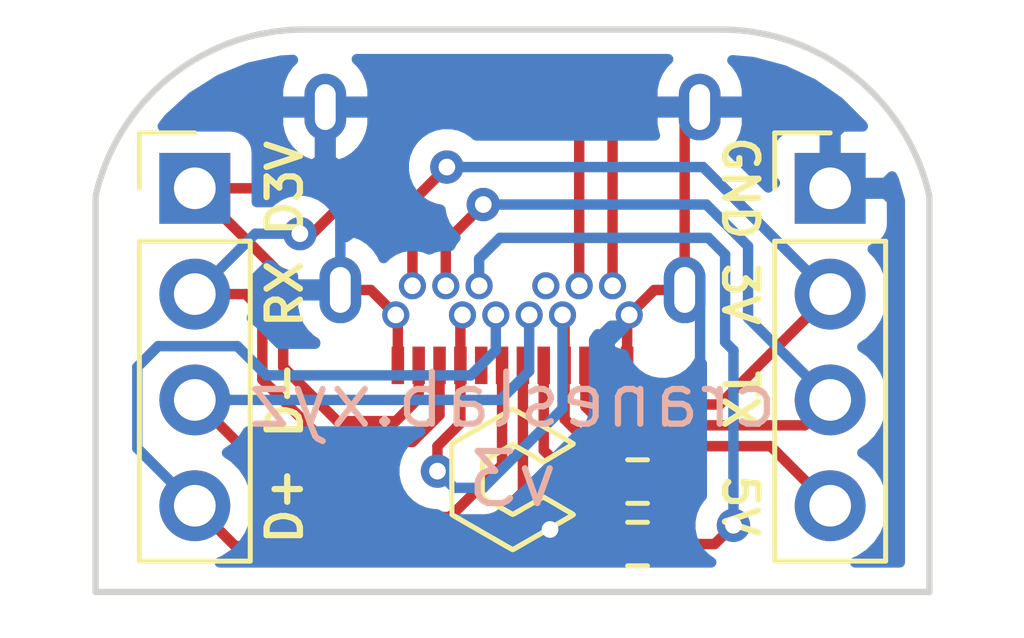
<source format=kicad_pcb>
(kicad_pcb (version 20171130) (host pcbnew "(5.1.9)-1")

  (general
    (thickness 1.6)
    (drawings 16)
    (tracks 120)
    (zones 0)
    (modules 6)
    (nets 13)
  )

  (page A4)
  (layers
    (0 F.Cu signal)
    (31 B.Cu signal)
    (32 B.Adhes user)
    (33 F.Adhes user)
    (34 B.Paste user)
    (35 F.Paste user)
    (36 B.SilkS user)
    (37 F.SilkS user)
    (38 B.Mask user)
    (39 F.Mask user)
    (40 Dwgs.User user)
    (41 Cmts.User user)
    (42 Eco1.User user)
    (43 Eco2.User user)
    (44 Edge.Cuts user)
    (45 Margin user)
    (46 B.CrtYd user)
    (47 F.CrtYd user)
    (48 B.Fab user)
    (49 F.Fab user)
  )

  (setup
    (last_trace_width 0.25)
    (user_trace_width 0.3)
    (user_trace_width 0.4)
    (user_trace_width 0.6)
    (trace_clearance 0.15)
    (zone_clearance 0.508)
    (zone_45_only no)
    (trace_min 0.2)
    (via_size 0.8)
    (via_drill 0.4)
    (via_min_size 0.4)
    (via_min_drill 0.3)
    (uvia_size 0.3)
    (uvia_drill 0.1)
    (uvias_allowed no)
    (uvia_min_size 0.2)
    (uvia_min_drill 0.1)
    (edge_width 0.05)
    (segment_width 0.2)
    (pcb_text_width 0.3)
    (pcb_text_size 1.5 1.5)
    (mod_edge_width 0.12)
    (mod_text_size 1 1)
    (mod_text_width 0.15)
    (pad_size 1 1.6)
    (pad_drill 0.6)
    (pad_to_mask_clearance 0)
    (aux_axis_origin 0 0)
    (grid_origin -5 0)
    (visible_elements 7FFFFF7F)
    (pcbplotparams
      (layerselection 0x210fc_ffffffff)
      (usegerberextensions false)
      (usegerberattributes false)
      (usegerberadvancedattributes false)
      (creategerberjobfile false)
      (excludeedgelayer false)
      (linewidth 0.100000)
      (plotframeref false)
      (viasonmask false)
      (mode 1)
      (useauxorigin false)
      (hpglpennumber 1)
      (hpglpenspeed 20)
      (hpglpendiameter 15.000000)
      (psnegative false)
      (psa4output false)
      (plotreference true)
      (plotvalue true)
      (plotinvisibletext false)
      (padsonsilk false)
      (subtractmaskfromsilk false)
      (outputformat 1)
      (mirror false)
      (drillshape 0)
      (scaleselection 1)
      (outputdirectory "jlcpcb/gerber"))
  )

  (net 0 "")
  (net 1 GND)
  (net 2 3V3)
  (net 3 TX-)
  (net 4 VBUS)
  (net 5 "Net-(J1-PadA5)")
  (net 6 D+)
  (net 7 D-)
  (net 8 "Net-(J1-PadA8)")
  (net 9 RX-)
  (net 10 D3V)
  (net 11 "Net-(J1-PadB5)")
  (net 12 "Net-(J1-PadB8)")

  (net_class Default "This is the default net class."
    (clearance 0.15)
    (trace_width 0.25)
    (via_dia 0.8)
    (via_drill 0.4)
    (uvia_dia 0.3)
    (uvia_drill 0.1)
    (add_net 3V3)
    (add_net D+)
    (add_net D-)
    (add_net D3V)
    (add_net GND)
    (add_net "Net-(J1-PadA5)")
    (add_net "Net-(J1-PadA8)")
    (add_net "Net-(J1-PadB5)")
    (add_net "Net-(J1-PadB8)")
    (add_net RX-)
    (add_net TX-)
    (add_net VBUS)
  )

  (module "Model_S:Shou Han Type-C 24P QCHT" (layer F.Cu) (tedit 60849C49) (tstamp 60EB908F)
    (at 0 0 180)
    (path /5DB4DBE8)
    (fp_text reference J1 (at 0 -10 180) (layer F.SilkS) hide
      (effects (font (size 1 1) (thickness 0.15)))
    )
    (fp_text value USB_C_Receptacle (at -0.015 -7.265 180) (layer F.Fab)
      (effects (font (size 1 1) (thickness 0.15)))
    )
    (fp_line (start -4.82 0.65) (end 4.82 0.65) (layer F.Fab) (width 0.12))
    (fp_line (start 4.82 0.65) (end 4.82 -9.2) (layer F.Fab) (width 0.12))
    (fp_line (start 4.82 -9.2) (end -4.82 -9.2) (layer F.Fab) (width 0.12))
    (fp_line (start -4.82 -9.2) (end -4.82 0.65) (layer F.Fab) (width 0.12))
    (pad A12 smd rect (at 2.75 -8.06 180) (size 0.3 0.9) (layers F.Cu F.Paste F.Mask)
      (net 1 GND))
    (pad A11 smd rect (at 2.25 -8.06 180) (size 0.3 0.9) (layers F.Cu F.Paste F.Mask)
      (net 10 D3V))
    (pad A10 smd rect (at 1.75 -8.06 180) (size 0.3 0.9) (layers F.Cu F.Paste F.Mask)
      (net 9 RX-))
    (pad A9 smd rect (at 1.25 -8.06 180) (size 0.3 0.9) (layers F.Cu F.Paste F.Mask)
      (net 4 VBUS))
    (pad A8 smd rect (at 0.75 -8.06 180) (size 0.3 0.9) (layers F.Cu F.Paste F.Mask)
      (net 8 "Net-(J1-PadA8)"))
    (pad A7 smd rect (at 0.25 -8.06 180) (size 0.3 0.9) (layers F.Cu F.Paste F.Mask)
      (net 7 D-))
    (pad A6 smd rect (at -0.25 -8.06 180) (size 0.3 0.9) (layers F.Cu F.Paste F.Mask)
      (net 6 D+))
    (pad A5 smd rect (at -0.75 -8.06 180) (size 0.3 0.9) (layers F.Cu F.Paste F.Mask)
      (net 5 "Net-(J1-PadA5)"))
    (pad A4 smd rect (at -1.25 -8.06 180) (size 0.3 0.9) (layers F.Cu F.Paste F.Mask)
      (net 4 VBUS))
    (pad A3 smd rect (at -1.75 -8.06 180) (size 0.3 0.9) (layers F.Cu F.Paste F.Mask)
      (net 3 TX-))
    (pad A2 smd rect (at -2.25 -8.06 180) (size 0.3 0.9) (layers F.Cu F.Paste F.Mask)
      (net 2 3V3))
    (pad A1 smd rect (at -2.75 -8.06 180) (size 0.3 0.9) (layers F.Cu F.Paste F.Mask)
      (net 1 GND))
    (pad "" np_thru_hole circle (at 3.75 -7.5 180) (size 0.7 0.7) (drill 0.7) (layers *.Cu *.Mask))
    (pad "" np_thru_hole circle (at -3.6 -7.5 180) (size 0.7 0.7) (drill 0.7) (layers *.Cu *.Mask))
    (pad B12 thru_hole circle (at -2.8 -6.85 180) (size 0.65 0.65) (drill 0.4) (layers *.Cu *.Mask)
      (net 1 GND))
    (pad B11 thru_hole circle (at -2.4 -6.15 180) (size 0.65 0.65) (drill 0.4) (layers *.Cu *.Mask)
      (net 10 D3V))
    (pad B10 thru_hole circle (at -1.6 -6.15 180) (size 0.65 0.65) (drill 0.4) (layers *.Cu *.Mask)
      (net 9 RX-))
    (pad B9 thru_hole circle (at -1.2 -6.85 180) (size 0.65 0.65) (drill 0.4) (layers *.Cu *.Mask)
      (net 4 VBUS))
    (pad B8 thru_hole circle (at -0.8 -6.15 180) (size 0.65 0.65) (drill 0.4) (layers *.Cu *.Mask)
      (net 12 "Net-(J1-PadB8)"))
    (pad B7 thru_hole circle (at -0.4 -6.85 180) (size 0.65 0.65) (drill 0.4) (layers *.Cu *.Mask)
      (net 7 D-))
    (pad B6 thru_hole circle (at 0.4 -6.85 180) (size 0.65 0.65) (drill 0.4) (layers *.Cu *.Mask)
      (net 6 D+))
    (pad B5 thru_hole circle (at 0.8 -6.15 180) (size 0.65 0.65) (drill 0.4) (layers *.Cu *.Mask)
      (net 11 "Net-(J1-PadB5)"))
    (pad B4 thru_hole circle (at 1.2 -6.85 180) (size 0.65 0.65) (drill 0.4) (layers *.Cu *.Mask)
      (net 4 VBUS))
    (pad B3 thru_hole circle (at 1.6 -6.15 180) (size 0.65 0.65) (drill 0.4) (layers *.Cu *.Mask)
      (net 3 TX-))
    (pad B2 thru_hole circle (at 2.4 -6.15 180) (size 0.65 0.65) (drill 0.4) (layers *.Cu *.Mask)
      (net 2 3V3))
    (pad B1 thru_hole circle (at 2.8 -6.85 180) (size 0.65 0.65) (drill 0.4) (layers *.Cu *.Mask)
      (net 1 GND))
    (pad S1 thru_hole oval (at 4.13 -6.25 180) (size 1 1.6) (drill oval 0.5 1.1) (layers *.Cu *.Mask)
      (net 1 GND))
    (pad S1 thru_hole oval (at -4.13 -6.25 180) (size 1 1.6) (drill oval 0.5 1.1) (layers *.Cu *.Mask)
      (net 1 GND))
    (pad S1 thru_hole oval (at 4.49 -1.86 180) (size 1 1.6) (drill oval 0.5 1.1) (layers *.Cu *.Mask)
      (net 1 GND))
    (pad S1 thru_hole oval (at -4.49 -1.86 180) (size 1 1.6) (drill oval 0.5 1.1) (layers *.Cu *.Mask)
      (net 1 GND))
  )

  (module Model_S:USBC_C_Logo (layer F.Cu) (tedit 0) (tstamp 60EB97F1)
    (at 0 10.795)
    (fp_text reference G*** (at 0 0) (layer F.SilkS) hide
      (effects (font (size 1.524 1.524) (thickness 0.3)))
    )
    (fp_text value LOGO (at 0.75 0) (layer F.SilkS) hide
      (effects (font (size 1.524 1.524) (thickness 0.3)))
    )
    (fp_poly (pts (xy 0.030747 -1.73995) (xy 0.053309 -1.729991) (xy 0.082054 -1.714784) (xy 0.102524 -1.70342)
      (xy 0.131542 -1.687069) (xy 0.159656 -1.670965) (xy 0.184313 -1.656586) (xy 0.20296 -1.645414)
      (xy 0.208553 -1.641928) (xy 0.224011 -1.632273) (xy 0.235328 -1.625569) (xy 0.239713 -1.623391)
      (xy 0.244949 -1.620802) (xy 0.257665 -1.613821) (xy 0.275806 -1.603625) (xy 0.297317 -1.591394)
      (xy 0.320144 -1.578306) (xy 0.342231 -1.56554) (xy 0.361524 -1.554274) (xy 0.375967 -1.545688)
      (xy 0.383506 -1.540959) (xy 0.383761 -1.540774) (xy 0.391273 -1.536062) (xy 0.405228 -1.527989)
      (xy 0.419652 -1.519938) (xy 0.451648 -1.502298) (xy 0.476123 -1.488644) (xy 0.495268 -1.477703)
      (xy 0.511272 -1.468202) (xy 0.526326 -1.458867) (xy 0.542333 -1.448611) (xy 0.559961 -1.437407)
      (xy 0.573793 -1.428996) (xy 0.581434 -1.424822) (xy 0.582122 -1.424609) (xy 0.587921 -1.422004)
      (xy 0.600299 -1.415227) (xy 0.614051 -1.407234) (xy 0.636449 -1.394187) (xy 0.661235 -1.380135)
      (xy 0.673652 -1.373261) (xy 0.692391 -1.362735) (xy 0.709188 -1.352821) (xy 0.717826 -1.34736)
      (xy 0.731225 -1.339327) (xy 0.741279 -1.334577) (xy 0.750823 -1.329877) (xy 0.76606 -1.321104)
      (xy 0.781419 -1.311592) (xy 0.797277 -1.301645) (xy 0.809065 -1.294617) (xy 0.814091 -1.292087)
      (xy 0.819271 -1.289429) (xy 0.832647 -1.281966) (xy 0.85288 -1.270461) (xy 0.87863 -1.255678)
      (xy 0.908557 -1.238384) (xy 0.930186 -1.225826) (xy 0.962284 -1.207254) (xy 0.991236 -1.190692)
      (xy 1.015672 -1.176907) (xy 1.034223 -1.166667) (xy 1.045519 -1.160741) (xy 1.048334 -1.159565)
      (xy 1.055163 -1.156183) (xy 1.063274 -1.149647) (xy 1.073867 -1.141647) (xy 1.090234 -1.13118)
      (xy 1.104348 -1.123021) (xy 1.125117 -1.111487) (xy 1.145892 -1.099783) (xy 1.156804 -1.093539)
      (xy 1.174761 -1.083338) (xy 1.196211 -1.071405) (xy 1.207779 -1.06507) (xy 1.227757 -1.053882)
      (xy 1.251737 -1.039983) (xy 1.273224 -1.027166) (xy 1.290708 -1.016666) (xy 1.304115 -1.008845)
      (xy 1.311044 -1.005096) (xy 1.311462 -1.004957) (xy 1.318428 -1.002157) (xy 1.332872 -0.994496)
      (xy 1.352977 -0.983078) (xy 1.376926 -0.969008) (xy 1.402905 -0.953391) (xy 1.429096 -0.937333)
      (xy 1.453685 -0.921937) (xy 1.474855 -0.908309) (xy 1.490791 -0.897553) (xy 1.499675 -0.890776)
      (xy 1.500505 -0.889926) (xy 1.509755 -0.873656) (xy 1.512898 -0.852222) (xy 1.512929 -0.849391)
      (xy 1.511205 -0.831455) (xy 1.505071 -0.816108) (xy 1.493143 -0.801805) (xy 1.474039 -0.787)
      (xy 1.446377 -0.770149) (xy 1.437686 -0.765283) (xy 1.413768 -0.75175) (xy 1.390706 -0.738186)
      (xy 1.372065 -0.726705) (xy 1.365636 -0.722489) (xy 1.351851 -0.71349) (xy 1.342069 -0.707808)
      (xy 1.339469 -0.706783) (xy 1.334303 -0.704021) (xy 1.320512 -0.696069) (xy 1.298934 -0.683424)
      (xy 1.270411 -0.666585) (xy 1.23578 -0.646048) (xy 1.195883 -0.622312) (xy 1.151558 -0.595874)
      (xy 1.103647 -0.567234) (xy 1.058855 -0.540406) (xy 1.007939 -0.509933) (xy 0.95944 -0.481008)
      (xy 0.914257 -0.454159) (xy 0.873289 -0.429915) (xy 0.837435 -0.408807) (xy 0.807595 -0.391364)
      (xy 0.784666 -0.378114) (xy 0.769549 -0.369589) (xy 0.763558 -0.366471) (xy 0.745153 -0.360605)
      (xy 0.727517 -0.360115) (xy 0.707875 -0.365505) (xy 0.68345 -0.377276) (xy 0.673652 -0.38277)
      (xy 0.653313 -0.39444) (xy 0.635548 -0.40462) (xy 0.623381 -0.411579) (xy 0.621196 -0.412824)
      (xy 0.58175 -0.435278) (xy 0.550543 -0.453122) (xy 0.526189 -0.467165) (xy 0.507304 -0.478215)
      (xy 0.492505 -0.487081) (xy 0.480406 -0.494572) (xy 0.471173 -0.500487) (xy 0.455674 -0.510238)
      (xy 0.444038 -0.516959) (xy 0.439305 -0.519044) (xy 0.433049 -0.521798) (xy 0.421182 -0.528738)
      (xy 0.415393 -0.532414) (xy 0.403656 -0.539606) (xy 0.384386 -0.550931) (xy 0.359704 -0.565163)
      (xy 0.331731 -0.581076) (xy 0.311978 -0.592193) (xy 0.283129 -0.608386) (xy 0.256246 -0.623528)
      (xy 0.233409 -0.636442) (xy 0.216698 -0.645955) (xy 0.209826 -0.64992) (xy 0.178993 -0.6679)
      (xy 0.148398 -0.685603) (xy 0.119553 -0.702167) (xy 0.093969 -0.716734) (xy 0.073158 -0.728443)
      (xy 0.05863 -0.736435) (xy 0.051897 -0.739849) (xy 0.051651 -0.739913) (xy 0.045957 -0.742739)
      (xy 0.034568 -0.749863) (xy 0.028795 -0.753718) (xy 0.015086 -0.762157) (xy 0.004661 -0.767038)
      (xy 0.002341 -0.767522) (xy -0.004249 -0.76487) (xy -0.018665 -0.757522) (xy -0.039222 -0.746387)
      (xy -0.064232 -0.732374) (xy -0.086106 -0.719824) (xy -0.115842 -0.702648) (xy -0.144711 -0.686076)
      (xy -0.170317 -0.671474) (xy -0.190266 -0.66021) (xy -0.198783 -0.655482) (xy -0.217732 -0.644742)
      (xy -0.234927 -0.634407) (xy -0.243809 -0.628636) (xy -0.254903 -0.621577) (xy -0.261706 -0.618444)
      (xy -0.261864 -0.618435) (xy -0.268123 -0.615723) (xy -0.280305 -0.608808) (xy -0.288511 -0.603759)
      (xy -0.30633 -0.593057) (xy -0.328441 -0.580512) (xy -0.344999 -0.571537) (xy -0.371784 -0.557207)
      (xy -0.395759 -0.543866) (xy -0.420791 -0.529304) (xy -0.450749 -0.511314) (xy -0.455373 -0.508507)
      (xy -0.473076 -0.4979) (xy -0.486784 -0.489964) (xy -0.494089 -0.486086) (xy -0.49463 -0.485913)
      (xy -0.500286 -0.483078) (xy -0.515113 -0.474678) (xy -0.538838 -0.460873) (xy -0.571189 -0.441822)
      (xy -0.611892 -0.417685) (xy -0.639141 -0.401465) (xy -0.66813 -0.384189) (xy -0.66813 0.391099)
      (xy -0.644663 0.404544) (xy -0.631195 0.412297) (xy -0.610713 0.424131) (xy -0.585752 0.438582)
      (xy -0.558845 0.454182) (xy -0.552174 0.458054) (xy -0.523694 0.47449) (xy -0.495068 0.490844)
      (xy -0.469361 0.505377) (xy -0.449635 0.516348) (xy -0.447261 0.517645) (xy -0.428452 0.528197)
      (xy -0.412766 0.537572) (xy -0.403414 0.543845) (xy -0.403087 0.544112) (xy -0.392916 0.551333)
      (xy -0.378439 0.560254) (xy -0.375478 0.561949) (xy -0.362554 0.569301) (xy -0.343075 0.58046)
      (xy -0.320047 0.593703) (xy -0.303696 0.603133) (xy -0.278937 0.617376) (xy -0.254646 0.631261)
      (xy -0.234278 0.642816) (xy -0.225011 0.648015) (xy -0.209196 0.656845) (xy -0.193243 0.66583)
      (xy -0.175432 0.675954) (xy -0.154045 0.688198) (xy -0.127362 0.703545) (xy -0.093664 0.722979)
      (xy -0.074621 0.733972) (xy -0.048181 0.749048) (xy -0.024929 0.761943) (xy -0.006606 0.771721)
      (xy 0.005047 0.777446) (xy 0.008205 0.778551) (xy 0.015437 0.775853) (xy 0.029105 0.768779)
      (xy 0.046302 0.75884) (xy 0.046935 0.758457) (xy 0.061993 0.749488) (xy 0.084039 0.736568)
      (xy 0.111635 0.720522) (xy 0.14334 0.702176) (xy 0.177718 0.682354) (xy 0.213328 0.661883)
      (xy 0.248733 0.641587) (xy 0.282493 0.622292) (xy 0.31317 0.604823) (xy 0.339325 0.590006)
      (xy 0.35952 0.578666) (xy 0.372315 0.571628) (xy 0.375478 0.569984) (xy 0.386982 0.563728)
      (xy 0.404152 0.553617) (xy 0.423377 0.54178) (xy 0.424348 0.541168) (xy 0.441383 0.530559)
      (xy 0.454377 0.522727) (xy 0.460904 0.519129) (xy 0.461196 0.519043) (xy 0.466253 0.516374)
      (xy 0.479509 0.508875) (xy 0.499639 0.49731) (xy 0.525319 0.482441) (xy 0.555226 0.465032)
      (xy 0.577979 0.451736) (xy 0.611394 0.432385) (xy 0.64281 0.414577) (xy 0.670598 0.399206)
      (xy 0.693132 0.387163) (xy 0.708784 0.37934) (xy 0.714206 0.37704) (xy 0.743741 0.372363)
      (xy 0.77365 0.378657) (xy 0.797891 0.391722) (xy 0.81558 0.403108) (xy 0.83714 0.415966)
      (xy 0.850348 0.423378) (xy 0.865167 0.431612) (xy 0.887277 0.444132) (xy 0.914434 0.459657)
      (xy 0.944391 0.476903) (xy 0.969065 0.491195) (xy 1.001925 0.510282) (xy 1.035943 0.530038)
      (xy 1.068192 0.548764) (xy 1.095743 0.564759) (xy 1.10987 0.572959) (xy 1.138714 0.589854)
      (xy 1.170978 0.608995) (xy 1.201279 0.62718) (xy 1.212022 0.6337) (xy 1.235935 0.648151)
      (xy 1.259322 0.662065) (xy 1.278718 0.67339) (xy 1.286565 0.677847) (xy 1.301912 0.686578)
      (xy 1.313486 0.693483) (xy 1.316935 0.695739) (xy 1.324718 0.700599) (xy 1.338425 0.708495)
      (xy 1.347304 0.713436) (xy 1.383742 0.733525) (xy 1.412017 0.749312) (xy 1.433691 0.761725)
      (xy 1.450327 0.771693) (xy 1.463488 0.780145) (xy 1.474737 0.78801) (xy 1.482375 0.793712)
      (xy 1.503391 0.813734) (xy 1.51396 0.834531) (xy 1.51465 0.85765) (xy 1.511092 0.871717)
      (xy 1.506831 0.881134) (xy 1.499654 0.889915) (xy 1.487742 0.899595) (xy 1.469276 0.911706)
      (xy 1.449457 0.923646) (xy 1.422146 0.939847) (xy 1.393306 0.957046) (xy 1.367149 0.972726)
      (xy 1.354058 0.980623) (xy 1.335546 0.991667) (xy 1.320896 1.000093) (xy 1.312449 1.004569)
      (xy 1.311362 1.004956) (xy 1.305788 1.007635) (xy 1.293313 1.014727) (xy 1.276417 1.024813)
      (xy 1.272761 1.027043) (xy 1.255176 1.037569) (xy 1.241402 1.04537) (xy 1.233974 1.049023)
      (xy 1.233483 1.04913) (xy 1.227183 1.051977) (xy 1.216284 1.058875) (xy 1.215635 1.059324)
      (xy 1.20344 1.067063) (xy 1.185318 1.077714) (xy 1.165105 1.089026) (xy 1.164297 1.089466)
      (xy 1.143478 1.100964) (xy 1.117157 1.115753) (xy 1.089369 1.131557) (xy 1.073188 1.140858)
      (xy 1.049504 1.154526) (xy 1.027726 1.167067) (xy 1.0106 1.1769) (xy 1.002196 1.181698)
      (xy 0.991774 1.187698) (xy 0.973908 1.198078) (xy 0.950676 1.211625) (xy 0.924156 1.22713)
      (xy 0.908895 1.236068) (xy 0.882939 1.251229) (xy 0.860547 1.26421) (xy 0.843347 1.274073)
      (xy 0.832968 1.279883) (xy 0.830648 1.281043) (xy 0.825621 1.283757) (xy 0.813354 1.291048)
      (xy 0.795976 1.30164) (xy 0.784621 1.308652) (xy 0.76512 1.320578) (xy 0.749336 1.329913)
      (xy 0.739469 1.335374) (xy 0.737346 1.336261) (xy 0.73165 1.338943) (xy 0.719078 1.346041)
      (xy 0.702127 1.356136) (xy 0.6985 1.358348) (xy 0.681087 1.36885) (xy 0.667678 1.376645)
      (xy 0.660719 1.380319) (xy 0.660315 1.380435) (xy 0.65494 1.383095) (xy 0.642602 1.390141)
      (xy 0.625743 1.40017) (xy 0.62186 1.402522) (xy 0.604186 1.413022) (xy 0.590323 1.420817)
      (xy 0.582804 1.424492) (xy 0.582282 1.424609) (xy 0.576464 1.427254) (xy 0.563355 1.434386)
      (xy 0.545127 1.4448) (xy 0.531106 1.453027) (xy 0.507834 1.466729) (xy 0.478497 1.483869)
      (xy 0.446613 1.502398) (xy 0.415701 1.520267) (xy 0.41137 1.522762) (xy 0.380781 1.540485)
      (xy 0.348591 1.559334) (xy 0.318364 1.577209) (xy 0.293666 1.592012) (xy 0.290828 1.593734)
      (xy 0.270396 1.606039) (xy 0.25372 1.615851) (xy 0.242878 1.621962) (xy 0.239849 1.623391)
      (xy 0.234422 1.626067) (xy 0.222066 1.63315) (xy 0.205234 1.643226) (xy 0.201544 1.645478)
      (xy 0.184057 1.65599) (xy 0.170493 1.663788) (xy 0.163333 1.667453) (xy 0.162891 1.667565)
      (xy 0.157292 1.670245) (xy 0.144797 1.677338) (xy 0.127889 1.687426) (xy 0.124239 1.689652)
      (xy 0.106795 1.700159) (xy 0.093321 1.707955) (xy 0.086277 1.711625) (xy 0.085857 1.711739)
      (xy 0.08026 1.714354) (xy 0.068215 1.721105) (xy 0.056965 1.727755) (xy 0.033012 1.740615)
      (xy 0.013862 1.74658) (xy -0.003743 1.746305) (xy -0.0172 1.742642) (xy -0.035962 1.734323)
      (xy -0.053573 1.723952) (xy -0.053944 1.723689) (xy -0.065568 1.715906) (xy -0.072925 1.711889)
      (xy -0.073587 1.711739) (xy -0.078939 1.709068) (xy -0.092818 1.701444) (xy -0.114195 1.689455)
      (xy -0.142041 1.673686) (xy -0.175329 1.654723) (xy -0.21303 1.633152) (xy -0.254116 1.609558)
      (xy -0.297558 1.584529) (xy -0.342328 1.558649) (xy -0.34787 1.55544) (xy -0.36491 1.545708)
      (xy -0.384873 1.534496) (xy -0.392043 1.530516) (xy -0.409346 1.520489) (xy -0.431236 1.507165)
      (xy -0.453102 1.493355) (xy -0.453985 1.492785) (xy -0.471614 1.481581) (xy -0.485445 1.47317)
      (xy -0.493086 1.468996) (xy -0.493775 1.468782) (xy -0.499573 1.466177) (xy -0.511951 1.4594)
      (xy -0.525703 1.451407) (xy -0.548101 1.438361) (xy -0.572887 1.424309) (xy -0.585304 1.417434)
      (xy -0.604261 1.406717) (xy -0.621459 1.396395) (xy -0.630331 1.390635) (xy -0.641195 1.383596)
      (xy -0.647539 1.380446) (xy -0.647687 1.380435) (xy -0.653346 1.377732) (xy -0.667335 1.370073)
      (xy -0.688481 1.358132) (xy -0.715613 1.342581) (xy -0.74756 1.324095) (xy -0.78315 1.303346)
      (xy -0.821211 1.28101) (xy -0.84373 1.267726) (xy -0.891689 1.239521) (xy -0.934547 1.214599)
      (xy -0.970817 1.193818) (xy -0.996674 1.179323) (xy -1.006609 1.173724) (xy -1.024526 1.163505)
      (xy -1.048849 1.149577) (xy -1.077997 1.132845) (xy -1.110394 1.11422) (xy -1.14446 1.094607)
      (xy -1.178617 1.074916) (xy -1.211288 1.056054) (xy -1.240893 1.038929) (xy -1.261717 1.026854)
      (xy -1.312949 0.997075) (xy -1.355496 0.972273) (xy -1.390242 0.951906) (xy -1.418069 0.935432)
      (xy -1.43986 0.922311) (xy -1.456496 0.912) (xy -1.468861 0.903957) (xy -1.477836 0.897642)
      (xy -1.484304 0.892513) (xy -1.489147 0.888028) (xy -1.49094 0.886173) (xy -1.495604 0.880849)
      (xy -1.499133 0.875089) (xy -1.501749 0.867282) (xy -1.503672 0.855818) (xy -1.505125 0.839085)
      (xy -1.506329 0.815472) (xy -1.507506 0.783367) (xy -1.508264 0.760184) (xy -1.508705 0.741051)
      (xy -1.509138 0.711636) (xy -1.50956 0.672701) (xy -1.509967 0.625007) (xy -1.510356 0.569315)
      (xy -1.510723 0.506387) (xy -1.511065 0.436985) (xy -1.511378 0.361871) (xy -1.511658 0.281804)
      (xy -1.511901 0.197548) (xy -1.512104 0.109864) (xy -1.512264 0.019512) (xy -1.512376 -0.072745)
      (xy -1.512406 -0.107883) (xy -1.512919 -0.813767) (xy -1.399761 -0.813767) (xy -1.399659 -0.746471)
      (xy -1.399637 -0.732772) (xy -1.399597 -0.708743) (xy -1.399541 -0.675098) (xy -1.39947 -0.632552)
      (xy -1.399384 -0.581817) (xy -1.399286 -0.523607) (xy -1.399176 -0.458637) (xy -1.399055 -0.38762)
      (xy -1.398926 -0.31127) (xy -1.398788 -0.2303) (xy -1.398643 -0.145425) (xy -1.398493 -0.057358)
      (xy -1.398339 0.033188) (xy -1.398278 0.068494) (xy -1.397 0.816163) (xy -1.36525 0.83443)
      (xy -1.350784 0.842744) (xy -1.339316 0.849283) (xy -1.328317 0.855455) (xy -1.315257 0.862665)
      (xy -1.297608 0.87232) (xy -1.27284 0.885827) (xy -1.272271 0.886136) (xy -1.253241 0.896717)
      (xy -1.237584 0.9058) (xy -1.22821 0.911689) (xy -1.227384 0.912303) (xy -1.219332 0.917861)
      (xy -1.205846 0.926409) (xy -1.189853 0.936185) (xy -1.17428 0.945425) (xy -1.162054 0.952369)
      (xy -1.1561 0.955255) (xy -1.156026 0.955261) (xy -1.150504 0.957962) (xy -1.138836 0.964858)
      (xy -1.130466 0.970077) (xy -1.109158 0.983179) (xy -1.08064 0.999991) (xy -1.043901 1.021103)
      (xy -1.021522 1.033803) (xy -1.005937 1.042752) (xy -0.986029 1.054359) (xy -0.971826 1.062728)
      (xy -0.954288 1.07291) (xy -0.930499 1.086437) (xy -0.903901 1.101364) (xy -0.883478 1.112693)
      (xy -0.855037 1.128642) (xy -0.821537 1.147837) (xy -0.787336 1.167762) (xy -0.759239 1.18443)
      (xy -0.732642 1.200321) (xy -0.707118 1.215444) (xy -0.685315 1.228239) (xy -0.66988 1.237144)
      (xy -0.66813 1.238131) (xy -0.657078 1.244395) (xy -0.637889 1.255345) (xy -0.612001 1.270156)
      (xy -0.580848 1.288007) (xy -0.545868 1.308074) (xy -0.508497 1.329536) (xy -0.496956 1.336168)
      (xy -0.459487 1.357684) (xy -0.424279 1.377866) (xy -0.392702 1.39593) (xy -0.366129 1.411093)
      (xy -0.345931 1.422571) (xy -0.333479 1.429582) (xy -0.331304 1.430781) (xy -0.316697 1.439133)
      (xy -0.297067 1.450879) (xy -0.276913 1.46332) (xy -0.259814 1.473896) (xy -0.246702 1.481697)
      (xy -0.240036 1.485267) (xy -0.239724 1.485348) (xy -0.234287 1.488016) (xy -0.222256 1.494964)
      (xy -0.208529 1.503281) (xy -0.184991 1.517545) (xy -0.157661 1.533693) (xy -0.128159 1.550816)
      (xy -0.098105 1.568001) (xy -0.069119 1.584336) (xy -0.042821 1.598911) (xy -0.02083 1.610813)
      (xy -0.004768 1.619132) (xy 0.003746 1.622955) (xy 0.004434 1.623102) (xy 0.011873 1.620564)
      (xy 0.026535 1.613461) (xy 0.046187 1.602932) (xy 0.065173 1.592124) (xy 0.093513 1.575568)
      (xy 0.124654 1.557366) (xy 0.153649 1.540409) (xy 0.165652 1.533386) (xy 0.187928 1.520371)
      (xy 0.208448 1.508424) (xy 0.224106 1.49935) (xy 0.229152 1.49645) (xy 0.238319 1.49118)
      (xy 0.255579 1.481229) (xy 0.279465 1.467442) (xy 0.308511 1.450667) (xy 0.341249 1.43175)
      (xy 0.372717 1.41356) (xy 0.408088 1.393134) (xy 0.441608 1.373821) (xy 0.47169 1.356531)
      (xy 0.49675 1.342175) (xy 0.515201 1.331663) (xy 0.524565 1.326396) (xy 0.568547 1.301766)
      (xy 0.609862 1.27803) (xy 0.645618 1.256861) (xy 0.659848 1.24817) (xy 0.680393 1.235725)
      (xy 0.705986 1.220606) (xy 0.73203 1.205521) (xy 0.739597 1.201205) (xy 0.760122 1.189552)
      (xy 0.777146 1.179871) (xy 0.792556 1.171079) (xy 0.808238 1.162091) (xy 0.826079 1.151824)
      (xy 0.847967 1.139195) (xy 0.875787 1.12312) (xy 0.908326 1.104309) (xy 0.938934 1.08665)
      (xy 0.968548 1.069631) (xy 0.994917 1.054542) (xy 1.01579 1.042671) (xy 1.027044 1.036344)
      (xy 1.042398 1.027678) (xy 1.064836 1.014847) (xy 1.091904 0.99926) (xy 1.121153 0.982328)
      (xy 1.137478 0.972838) (xy 1.171098 0.953265) (xy 1.207931 0.931829) (xy 1.244111 0.910777)
      (xy 1.275772 0.892361) (xy 1.283804 0.887691) (xy 1.307854 0.87368) (xy 1.328196 0.861778)
      (xy 1.343067 0.853019) (xy 1.350708 0.848438) (xy 1.351337 0.848024) (xy 1.347156 0.845075)
      (xy 1.334741 0.837461) (xy 1.315454 0.82599) (xy 1.290655 0.811466) (xy 1.261704 0.794697)
      (xy 1.249185 0.787494) (xy 1.216904 0.768906) (xy 1.186302 0.751187) (xy 1.159238 0.735423)
      (xy 1.137573 0.722698) (xy 1.123168 0.714098) (xy 1.120913 0.712715) (xy 1.101724 0.701014)
      (xy 1.07655 0.685923) (xy 1.047864 0.668898) (xy 1.018136 0.651391) (xy 0.989838 0.634858)
      (xy 0.965443 0.620752) (xy 0.947421 0.610528) (xy 0.944217 0.608757) (xy 0.924887 0.597816)
      (xy 0.905843 0.586496) (xy 0.900044 0.58289) (xy 0.877223 0.568673) (xy 0.854728 0.555103)
      (xy 0.834646 0.543391) (xy 0.819067 0.534747) (xy 0.810079 0.530382) (xy 0.808935 0.530087)
      (xy 0.802623 0.527384) (xy 0.789749 0.520292) (xy 0.77308 0.510336) (xy 0.772787 0.510156)
      (xy 0.740495 0.490224) (xy 0.661519 0.535668) (xy 0.633371 0.551859) (xy 0.60713 0.566944)
      (xy 0.584931 0.579697) (xy 0.568909 0.58889) (xy 0.563217 0.592147) (xy 0.550081 0.599708)
      (xy 0.530555 0.611018) (xy 0.507782 0.624256) (xy 0.494196 0.632173) (xy 0.470128 0.64613)
      (xy 0.446616 0.659622) (xy 0.427191 0.670628) (xy 0.419652 0.674823) (xy 0.398729 0.686479)
      (xy 0.373294 0.700884) (xy 0.345277 0.716919) (xy 0.316606 0.733466) (xy 0.289209 0.749405)
      (xy 0.265016 0.763618) (xy 0.245955 0.774986) (xy 0.233954 0.782389) (xy 0.231913 0.783743)
      (xy 0.21871 0.792242) (xy 0.201244 0.80269) (xy 0.193261 0.807248) (xy 0.174056 0.818044)
      (xy 0.155092 0.828748) (xy 0.149087 0.832151) (xy 0.108881 0.855086) (xy 0.076772 0.873077)
      (xy 0.051045 0.886255) (xy 0.02999 0.89475) (xy 0.011893 0.898693) (xy -0.004958 0.898215)
      (xy -0.022276 0.893447) (xy -0.041773 0.884519) (xy -0.065161 0.871562) (xy -0.094153 0.854708)
      (xy -0.100237 0.851191) (xy -0.130082 0.83389) (xy -0.158704 0.817124) (xy -0.183847 0.802229)
      (xy -0.203255 0.790537) (xy -0.212288 0.78493) (xy -0.227619 0.775561) (xy -0.239174 0.769241)
      (xy -0.243602 0.767522) (xy -0.249771 0.764897) (xy -0.263225 0.757815) (xy -0.281761 0.747468)
      (xy -0.296358 0.739047) (xy -0.328904 0.720115) (xy -0.364291 0.699662) (xy -0.399855 0.679216)
      (xy -0.432932 0.660306) (xy -0.460858 0.644461) (xy -0.47487 0.636594) (xy -0.489704 0.628134)
      (xy -0.511001 0.615749) (xy -0.535753 0.601197) (xy -0.557696 0.588178) (xy -0.584858 0.572027)
      (xy -0.617679 0.55257) (xy -0.652293 0.532098) (xy -0.684837 0.512896) (xy -0.689335 0.510247)
      (xy -0.725049 0.488413) (xy -0.750699 0.470899) (xy -0.766255 0.457726) (xy -0.77078 0.45182)
      (xy -0.772241 0.447519) (xy -0.773514 0.44018) (xy -0.774611 0.429109) (xy -0.775544 0.41361)
      (xy -0.776325 0.392989) (xy -0.776967 0.366551) (xy -0.777481 0.333599) (xy -0.777879 0.29344)
      (xy -0.778174 0.245379) (xy -0.778378 0.188719) (xy -0.778502 0.122767) (xy -0.778558 0.046826)
      (xy -0.778565 0.003295) (xy -0.778516 -0.083163) (xy -0.778364 -0.159052) (xy -0.778103 -0.224849)
      (xy -0.777725 -0.281029) (xy -0.777224 -0.328067) (xy -0.776593 -0.366439) (xy -0.775825 -0.396619)
      (xy -0.774914 -0.419084) (xy -0.773852 -0.434307) (xy -0.772633 -0.442766) (xy -0.772151 -0.444255)
      (xy -0.765851 -0.451533) (xy -0.752928 -0.462707) (xy -0.735888 -0.475963) (xy -0.717235 -0.489486)
      (xy -0.699475 -0.501463) (xy -0.685114 -0.510078) (xy -0.676656 -0.513518) (xy -0.676497 -0.513522)
      (xy -0.671191 -0.516169) (xy -0.658038 -0.52348) (xy -0.638703 -0.534508) (xy -0.61485 -0.548308)
      (xy -0.598769 -0.557696) (xy -0.572998 -0.572718) (xy -0.550752 -0.58555) (xy -0.533688 -0.595244)
      (xy -0.523465 -0.600855) (xy -0.521295 -0.60187) (xy -0.515939 -0.60454) (xy -0.503686 -0.611593)
      (xy -0.487026 -0.621589) (xy -0.48435 -0.623223) (xy -0.456934 -0.639661) (xy -0.424556 -0.658547)
      (xy -0.390746 -0.677866) (xy -0.359033 -0.695602) (xy -0.332945 -0.709742) (xy -0.331304 -0.710606)
      (xy -0.315151 -0.719256) (xy -0.302186 -0.726483) (xy -0.298174 -0.728868) (xy -0.280156 -0.739922)
      (xy -0.25543 -0.754703) (xy -0.225868 -0.772131) (xy -0.19334 -0.791124) (xy -0.159717 -0.8106)
      (xy -0.126871 -0.82948) (xy -0.096672 -0.846681) (xy -0.070992 -0.861123) (xy -0.051701 -0.871724)
      (xy -0.043372 -0.876095) (xy -0.013778 -0.886914) (xy 0.012995 -0.887729) (xy 0.03149 -0.882157)
      (xy 0.041243 -0.877222) (xy 0.058658 -0.867808) (xy 0.081835 -0.854963) (xy 0.108877 -0.839738)
      (xy 0.132522 -0.826261) (xy 0.162236 -0.809246) (xy 0.190484 -0.793098) (xy 0.215104 -0.779051)
      (xy 0.233931 -0.768339) (xy 0.242957 -0.763234) (xy 0.262214 -0.751951) (xy 0.281173 -0.740155)
      (xy 0.287032 -0.736303) (xy 0.299911 -0.728236) (xy 0.308904 -0.723706) (xy 0.310402 -0.723348)
      (xy 0.316788 -0.72065) (xy 0.329914 -0.713512) (xy 0.347169 -0.703368) (xy 0.35063 -0.701261)
      (xy 0.368082 -0.690753) (xy 0.381573 -0.682957) (xy 0.388637 -0.679288) (xy 0.389061 -0.679174)
      (xy 0.394368 -0.676537) (xy 0.407606 -0.669227) (xy 0.427176 -0.658149) (xy 0.451478 -0.644207)
      (xy 0.473171 -0.631646) (xy 0.503395 -0.614151) (xy 0.533322 -0.596959) (xy 0.560367 -0.581546)
      (xy 0.581944 -0.569388) (xy 0.590826 -0.564469) (xy 0.611146 -0.553052) (xy 0.636954 -0.538133)
      (xy 0.66433 -0.521993) (xy 0.680864 -0.512076) (xy 0.735011 -0.47933) (xy 0.876886 -0.564226)
      (xy 0.918923 -0.58936) (xy 0.967737 -0.618515) (xy 1.020612 -0.650069) (xy 1.074832 -0.682402)
      (xy 1.127679 -0.713893) (xy 1.176437 -0.742922) (xy 1.185568 -0.748354) (xy 1.231042 -0.775303)
      (xy 1.267762 -0.797087) (xy 1.296314 -0.814434) (xy 1.317283 -0.828071) (xy 1.331255 -0.838727)
      (xy 1.338817 -0.847129) (xy 1.340555 -0.854003) (xy 1.337054 -0.860079) (xy 1.328901 -0.866082)
      (xy 1.316682 -0.872741) (xy 1.300981 -0.880782) (xy 1.294849 -0.884017) (xy 1.273571 -0.895764)
      (xy 1.252531 -0.907948) (xy 1.23963 -0.915833) (xy 1.222076 -0.926699) (xy 1.205177 -0.936666)
      (xy 1.200978 -0.939023) (xy 1.186453 -0.947006) (xy 1.167627 -0.957345) (xy 1.156804 -0.963285)
      (xy 1.107341 -0.990793) (xy 1.052308 -1.022019) (xy 0.995482 -1.054793) (xy 0.940636 -1.086944)
      (xy 0.909828 -1.105286) (xy 0.883023 -1.121257) (xy 0.859583 -1.135032) (xy 0.84111 -1.145686)
      (xy 0.829205 -1.152294) (xy 0.825486 -1.154044) (xy 0.819639 -1.156728) (xy 0.80702 -1.163806)
      (xy 0.790221 -1.173818) (xy 0.788093 -1.17512) (xy 0.75283 -1.196523) (xy 0.720996 -1.215427)
      (xy 0.694388 -1.230781) (xy 0.674802 -1.241538) (xy 0.670891 -1.243547) (xy 0.660303 -1.249216)
      (xy 0.641848 -1.259461) (xy 0.617213 -1.273318) (xy 0.588084 -1.289823) (xy 0.556146 -1.308011)
      (xy 0.523087 -1.326917) (xy 0.490592 -1.345575) (xy 0.460347 -1.363022) (xy 0.434038 -1.378292)
      (xy 0.413351 -1.390421) (xy 0.399973 -1.398444) (xy 0.397565 -1.399951) (xy 0.384588 -1.407947)
      (xy 0.364379 -1.420027) (xy 0.339304 -1.434807) (xy 0.311724 -1.450902) (xy 0.284004 -1.466928)
      (xy 0.258507 -1.481501) (xy 0.254 -1.484052) (xy 0.231412 -1.496921) (xy 0.207005 -1.510996)
      (xy 0.182837 -1.525069) (xy 0.160968 -1.537933) (xy 0.143456 -1.548379) (xy 0.132359 -1.555199)
      (xy 0.129761 -1.556949) (xy 0.12259 -1.561414) (xy 0.108315 -1.569538) (xy 0.089599 -1.579817)
      (xy 0.082826 -1.583465) (xy 0.061215 -1.595134) (xy 0.041189 -1.60609) (xy 0.026416 -1.614324)
      (xy 0.02418 -1.615601) (xy 0.006947 -1.625536) (xy -0.089016 -1.571225) (xy -0.149727 -1.53668)
      (xy -0.202644 -1.506153) (xy -0.249733 -1.478493) (xy -0.292961 -1.452552) (xy -0.313223 -1.440184)
      (xy -0.330281 -1.429922) (xy -0.343398 -1.422418) (xy -0.350015 -1.419129) (xy -0.350252 -1.419087)
      (xy -0.35603 -1.416487) (xy -0.368395 -1.409723) (xy -0.382137 -1.401751) (xy -0.393451 -1.395045)
      (xy -0.40331 -1.389224) (xy -0.413348 -1.383338) (xy -0.425199 -1.376438) (xy -0.440496 -1.367575)
      (xy -0.460874 -1.3558) (xy -0.487964 -1.340163) (xy -0.513522 -1.325417) (xy -0.53857 -1.310894)
      (xy -0.560356 -1.298127) (xy -0.577007 -1.288225) (xy -0.586648 -1.282297) (xy -0.588065 -1.281331)
      (xy -0.595164 -1.276946) (xy -0.609474 -1.268827) (xy -0.628448 -1.258408) (xy -0.637761 -1.253387)
      (xy -0.659489 -1.241477) (xy -0.679117 -1.230259) (xy -0.69339 -1.221608) (xy -0.696592 -1.219483)
      (xy -0.707677 -1.212412) (xy -0.714471 -1.209271) (xy -0.714631 -1.209261) (xy -0.720603 -1.206601)
      (xy -0.733578 -1.199513) (xy -0.751138 -1.189336) (xy -0.757953 -1.185272) (xy -0.781816 -1.17107)
      (xy -0.813686 -1.152295) (xy -0.851987 -1.129864) (xy -0.895142 -1.10469) (xy -0.941572 -1.077688)
      (xy -0.989702 -1.049771) (xy -1.037953 -1.021855) (xy -1.084749 -0.994853) (xy -1.128513 -0.96968)
      (xy -1.167668 -0.94725) (xy -1.200636 -0.928477) (xy -1.212022 -0.922036) (xy -1.226369 -0.91387)
      (xy -1.247902 -0.901524) (xy -1.274253 -0.886359) (xy -1.303055 -0.869738) (xy -1.319696 -0.860113)
      (xy -1.399761 -0.813767) (xy -1.512919 -0.813767) (xy -1.512956 -0.86457) (xy -1.497772 -0.881902)
      (xy -1.488681 -0.889568) (xy -1.471511 -0.901566) (xy -1.44785 -0.916883) (xy -1.419284 -0.934507)
      (xy -1.387398 -0.953427) (xy -1.369391 -0.963807) (xy -1.336185 -0.982754) (xy -1.305132 -1.00048)
      (xy -1.277873 -1.016048) (xy -1.256047 -1.028522) (xy -1.241295 -1.036964) (xy -1.23687 -1.039504)
      (xy -1.220481 -1.048784) (xy -1.200352 -1.059979) (xy -1.189935 -1.0657) (xy -1.169033 -1.077379)
      (xy -1.145364 -1.090988) (xy -1.131956 -1.098881) (xy -1.117254 -1.107541) (xy -1.095171 -1.120413)
      (xy -1.067907 -1.136222) (xy -1.037665 -1.15369) (xy -1.010478 -1.169339) (xy -0.981401 -1.186151)
      (xy -0.955269 -1.201459) (xy -0.933739 -1.214274) (xy -0.918469 -1.22361) (xy -0.911119 -1.228479)
      (xy -0.911087 -1.228506) (xy -0.90196 -1.23473) (xy -0.886738 -1.24392) (xy -0.872435 -1.25202)
      (xy -0.81041 -1.286648) (xy -0.741477 -1.326099) (xy -0.710902 -1.34386) (xy -0.68836 -1.356849)
      (xy -0.668649 -1.367913) (xy -0.654125 -1.375748) (xy -0.647674 -1.378872) (xy -0.638569 -1.38339)
      (xy -0.623196 -1.391991) (xy -0.604667 -1.402927) (xy -0.602142 -1.404458) (xy -0.570189 -1.423651)
      (xy -0.533962 -1.445031) (xy -0.4971 -1.466477) (xy -0.463241 -1.485869) (xy -0.441739 -1.497936)
      (xy -0.419989 -1.510533) (xy -0.395486 -1.525523) (xy -0.379229 -1.535944) (xy -0.363002 -1.546455)
      (xy -0.35076 -1.554036) (xy -0.345034 -1.557122) (xy -0.344961 -1.557131) (xy -0.339474 -1.559724)
      (xy -0.327329 -1.566472) (xy -0.313602 -1.574473) (xy -0.294013 -1.585982) (xy -0.274413 -1.597218)
      (xy -0.252022 -1.609744) (xy -0.224061 -1.625122) (xy -0.207065 -1.634402) (xy -0.18949 -1.644128)
      (xy -0.175556 -1.652103) (xy -0.168413 -1.656514) (xy -0.160639 -1.66139) (xy -0.146948 -1.669324)
      (xy -0.138043 -1.67431) (xy -0.122272 -1.683228) (xy -0.100563 -1.695757) (xy -0.076457 -1.709845)
      (xy -0.063967 -1.717215) (xy -0.040327 -1.730844) (xy -0.021168 -1.740109) (xy -0.004358 -1.744832)
      (xy 0.012236 -1.744839) (xy 0.030747 -1.73995)) (layer F.SilkS) (width 0.01))
  )

  (module Model_S:PinHeader_1x04_P2.54mm_Vertical (layer F.Cu) (tedit 59FED5CC) (tstamp 60EB90B2)
    (at -7.62 3.81)
    (descr "Through hole straight pin header, 1x04, 2.54mm pitch, single row")
    (tags "Through hole pin header THT 1x04 2.54mm single row")
    (path /60AD4395)
    (fp_text reference J2 (at 1.12 -2.31 180) (layer F.SilkS) hide
      (effects (font (size 1 1) (thickness 0.15)))
    )
    (fp_text value Conn_01x04 (at 0 9.95) (layer F.Fab)
      (effects (font (size 1 1) (thickness 0.15)))
    )
    (fp_line (start -0.635 -1.27) (end 1.27 -1.27) (layer F.Fab) (width 0.1))
    (fp_line (start 1.27 -1.27) (end 1.27 8.89) (layer F.Fab) (width 0.1))
    (fp_line (start 1.27 8.89) (end -1.27 8.89) (layer F.Fab) (width 0.1))
    (fp_line (start -1.27 8.89) (end -1.27 -0.635) (layer F.Fab) (width 0.1))
    (fp_line (start -1.27 -0.635) (end -0.635 -1.27) (layer F.Fab) (width 0.1))
    (fp_line (start -1.33 8.95) (end 1.33 8.95) (layer F.SilkS) (width 0.12))
    (fp_line (start -1.33 1.27) (end -1.33 8.95) (layer F.SilkS) (width 0.12))
    (fp_line (start 1.33 1.27) (end 1.33 8.95) (layer F.SilkS) (width 0.12))
    (fp_line (start -1.33 1.27) (end 1.33 1.27) (layer F.SilkS) (width 0.12))
    (fp_line (start -1.33 0) (end -1.33 -1.33) (layer F.SilkS) (width 0.12))
    (fp_line (start -1.33 -1.33) (end 0 -1.33) (layer F.SilkS) (width 0.12))
    (fp_line (start -1.8 -1.8) (end -1.8 9.4) (layer F.CrtYd) (width 0.05))
    (fp_line (start -1.8 9.4) (end 1.8 9.4) (layer F.CrtYd) (width 0.05))
    (fp_line (start 1.8 9.4) (end 1.8 -1.8) (layer F.CrtYd) (width 0.05))
    (fp_line (start 1.8 -1.8) (end -1.8 -1.8) (layer F.CrtYd) (width 0.05))
    (fp_text user %R (at 0 3.81 90) (layer F.Fab)
      (effects (font (size 1 1) (thickness 0.15)))
    )
    (pad 4 thru_hole oval (at 0 7.62) (size 1.7 1.7) (drill 1) (layers *.Cu *.Mask)
      (net 6 D+))
    (pad 3 thru_hole oval (at 0 5.08) (size 1.7 1.7) (drill 1) (layers *.Cu *.Mask)
      (net 7 D-))
    (pad 2 thru_hole oval (at 0 2.54) (size 1.7 1.7) (drill 1) (layers *.Cu *.Mask)
      (net 9 RX-))
    (pad 1 thru_hole rect (at 0 0) (size 1.7 1.7) (drill 1) (layers *.Cu *.Mask)
      (net 10 D3V))
    (model ${KISYS3DMOD}/Connector_PinHeader_2.54mm.3dshapes/PinHeader_1x04_P2.54mm_Vertical.step
      (offset (xyz 0 0 -1.8))
      (scale (xyz 1 1 1))
      (rotate (xyz 0 180 0))
    )
  )

  (module Model_S:PinHeader_1x04_P2.54mm_Vertical (layer F.Cu) (tedit 59FED5CC) (tstamp 60EB9078)
    (at 7.62 3.81)
    (descr "Through hole straight pin header, 1x04, 2.54mm pitch, single row")
    (tags "Through hole pin header THT 1x04 2.54mm single row")
    (path /60AD66A5)
    (fp_text reference J3 (at -1.12 -2.31) (layer F.SilkS) hide
      (effects (font (size 1 1) (thickness 0.15)))
    )
    (fp_text value Conn_01x04 (at 0 9.95) (layer F.Fab)
      (effects (font (size 1 1) (thickness 0.15)))
    )
    (fp_line (start 1.8 -1.8) (end -1.8 -1.8) (layer F.CrtYd) (width 0.05))
    (fp_line (start 1.8 9.4) (end 1.8 -1.8) (layer F.CrtYd) (width 0.05))
    (fp_line (start -1.8 9.4) (end 1.8 9.4) (layer F.CrtYd) (width 0.05))
    (fp_line (start -1.8 -1.8) (end -1.8 9.4) (layer F.CrtYd) (width 0.05))
    (fp_line (start -1.33 -1.33) (end 0 -1.33) (layer F.SilkS) (width 0.12))
    (fp_line (start -1.33 0) (end -1.33 -1.33) (layer F.SilkS) (width 0.12))
    (fp_line (start -1.33 1.27) (end 1.33 1.27) (layer F.SilkS) (width 0.12))
    (fp_line (start 1.33 1.27) (end 1.33 8.95) (layer F.SilkS) (width 0.12))
    (fp_line (start -1.33 1.27) (end -1.33 8.95) (layer F.SilkS) (width 0.12))
    (fp_line (start -1.33 8.95) (end 1.33 8.95) (layer F.SilkS) (width 0.12))
    (fp_line (start -1.27 -0.635) (end -0.635 -1.27) (layer F.Fab) (width 0.1))
    (fp_line (start -1.27 8.89) (end -1.27 -0.635) (layer F.Fab) (width 0.1))
    (fp_line (start 1.27 8.89) (end -1.27 8.89) (layer F.Fab) (width 0.1))
    (fp_line (start 1.27 -1.27) (end 1.27 8.89) (layer F.Fab) (width 0.1))
    (fp_line (start -0.635 -1.27) (end 1.27 -1.27) (layer F.Fab) (width 0.1))
    (fp_text user %R (at 0 3.81 90) (layer F.Fab)
      (effects (font (size 1 1) (thickness 0.15)))
    )
    (pad 1 thru_hole rect (at 0 0) (size 1.7 1.7) (drill 1) (layers *.Cu *.Mask)
      (net 1 GND))
    (pad 2 thru_hole oval (at 0 2.54) (size 1.7 1.7) (drill 1) (layers *.Cu *.Mask)
      (net 2 3V3))
    (pad 3 thru_hole oval (at 0 5.08) (size 1.7 1.7) (drill 1) (layers *.Cu *.Mask)
      (net 3 TX-))
    (pad 4 thru_hole oval (at 0 7.62) (size 1.7 1.7) (drill 1) (layers *.Cu *.Mask)
      (net 4 VBUS))
    (model ${KISYS3DMOD}/Connector_PinHeader_2.54mm.3dshapes/PinHeader_1x04_P2.54mm_Vertical.step
      (offset (xyz 0 0 -1.8))
      (scale (xyz 1 1 1))
      (rotate (xyz 0 180 0))
    )
  )

  (module Resistor_SMD:R_0603_1608Metric (layer F.Cu) (tedit 5F68FEEE) (tstamp 60EB9FFC)
    (at 3 10.85 180)
    (descr "Resistor SMD 0603 (1608 Metric), square (rectangular) end terminal, IPC_7351 nominal, (Body size source: IPC-SM-782 page 72, https://www.pcb-3d.com/wordpress/wp-content/uploads/ipc-sm-782a_amendment_1_and_2.pdf), generated with kicad-footprint-generator")
    (tags resistor)
    (path /60EB2DC0)
    (attr smd)
    (fp_text reference R1 (at 0 -1.43) (layer F.SilkS) hide
      (effects (font (size 1 1) (thickness 0.15)))
    )
    (fp_text value R (at 0 1.43) (layer F.Fab) hide
      (effects (font (size 1 1) (thickness 0.15)))
    )
    (fp_line (start 1.48 0.73) (end -1.48 0.73) (layer F.CrtYd) (width 0.05))
    (fp_line (start 1.48 -0.73) (end 1.48 0.73) (layer F.CrtYd) (width 0.05))
    (fp_line (start -1.48 -0.73) (end 1.48 -0.73) (layer F.CrtYd) (width 0.05))
    (fp_line (start -1.48 0.73) (end -1.48 -0.73) (layer F.CrtYd) (width 0.05))
    (fp_line (start -0.237258 0.5225) (end 0.237258 0.5225) (layer F.SilkS) (width 0.12))
    (fp_line (start -0.237258 -0.5225) (end 0.237258 -0.5225) (layer F.SilkS) (width 0.12))
    (fp_line (start 0.8 0.4125) (end -0.8 0.4125) (layer F.Fab) (width 0.1))
    (fp_line (start 0.8 -0.4125) (end 0.8 0.4125) (layer F.Fab) (width 0.1))
    (fp_line (start -0.8 -0.4125) (end 0.8 -0.4125) (layer F.Fab) (width 0.1))
    (fp_line (start -0.8 0.4125) (end -0.8 -0.4125) (layer F.Fab) (width 0.1))
    (fp_text user %R (at 0 0) (layer F.Fab)
      (effects (font (size 0.4 0.4) (thickness 0.06)))
    )
    (pad 1 smd roundrect (at -0.825 0 180) (size 0.8 0.95) (layers F.Cu F.Paste F.Mask) (roundrect_rratio 0.25)
      (net 1 GND))
    (pad 2 smd roundrect (at 0.825 0 180) (size 0.8 0.95) (layers F.Cu F.Paste F.Mask) (roundrect_rratio 0.25)
      (net 5 "Net-(J1-PadA5)"))
    (model ${KISYS3DMOD}/Resistor_SMD.3dshapes/R_0603_1608Metric.wrl
      (at (xyz 0 0 0))
      (scale (xyz 1 1 1))
      (rotate (xyz 0 0 0))
    )
  )

  (module Resistor_SMD:R_0603_1608Metric (layer F.Cu) (tedit 5F68FEEE) (tstamp 60EBA00C)
    (at 3 12.35 180)
    (descr "Resistor SMD 0603 (1608 Metric), square (rectangular) end terminal, IPC_7351 nominal, (Body size source: IPC-SM-782 page 72, https://www.pcb-3d.com/wordpress/wp-content/uploads/ipc-sm-782a_amendment_1_and_2.pdf), generated with kicad-footprint-generator")
    (tags resistor)
    (path /60EB5FA1)
    (attr smd)
    (fp_text reference R2 (at 0 -1.43) (layer F.SilkS) hide
      (effects (font (size 1 1) (thickness 0.15)))
    )
    (fp_text value R (at 0 1.43) (layer F.Fab) hide
      (effects (font (size 1 1) (thickness 0.15)))
    )
    (fp_line (start -0.8 0.4125) (end -0.8 -0.4125) (layer F.Fab) (width 0.1))
    (fp_line (start -0.8 -0.4125) (end 0.8 -0.4125) (layer F.Fab) (width 0.1))
    (fp_line (start 0.8 -0.4125) (end 0.8 0.4125) (layer F.Fab) (width 0.1))
    (fp_line (start 0.8 0.4125) (end -0.8 0.4125) (layer F.Fab) (width 0.1))
    (fp_line (start -0.237258 -0.5225) (end 0.237258 -0.5225) (layer F.SilkS) (width 0.12))
    (fp_line (start -0.237258 0.5225) (end 0.237258 0.5225) (layer F.SilkS) (width 0.12))
    (fp_line (start -1.48 0.73) (end -1.48 -0.73) (layer F.CrtYd) (width 0.05))
    (fp_line (start -1.48 -0.73) (end 1.48 -0.73) (layer F.CrtYd) (width 0.05))
    (fp_line (start 1.48 -0.73) (end 1.48 0.73) (layer F.CrtYd) (width 0.05))
    (fp_line (start 1.48 0.73) (end -1.48 0.73) (layer F.CrtYd) (width 0.05))
    (fp_text user %R (at 0 0) (layer F.Fab)
      (effects (font (size 0.4 0.4) (thickness 0.06)))
    )
    (pad 2 smd roundrect (at 0.825 0 180) (size 0.8 0.95) (layers F.Cu F.Paste F.Mask) (roundrect_rratio 0.25)
      (net 1 GND))
    (pad 1 smd roundrect (at -0.825 0 180) (size 0.8 0.95) (layers F.Cu F.Paste F.Mask) (roundrect_rratio 0.25)
      (net 11 "Net-(J1-PadB5)"))
    (model ${KISYS3DMOD}/Resistor_SMD.3dshapes/R_0603_1608Metric.wrl
      (at (xyz 0 0 0))
      (scale (xyz 1 1 1))
      (rotate (xyz 0 0 0))
    )
  )

  (gr_text v3 (at 0 10.795) (layer B.SilkS)
    (effects (font (size 1.25 1.25) (thickness 0.15)) (justify mirror))
  )
  (gr_text craneslab.xyz (at 0 8.89) (layer B.SilkS)
    (effects (font (size 1.25 1.25) (thickness 0.15)) (justify mirror))
  )
  (gr_text 3V (at 5.461 6.35 -90) (layer F.SilkS) (tstamp 60EB9077)
    (effects (font (size 0.8 0.8) (thickness 0.15)))
  )
  (gr_text RX (at -5.461 6.35 90) (layer F.SilkS) (tstamp 60EB9076)
    (effects (font (size 0.8 0.8) (thickness 0.15)))
  )
  (gr_text D- (at -5.461 8.89 90) (layer F.SilkS) (tstamp 60EB9075)
    (effects (font (size 0.8 0.8) (thickness 0.15)))
  )
  (gr_text "5V\n" (at 5.461 11.43 -90) (layer F.SilkS) (tstamp 60EB9074)
    (effects (font (size 0.8 0.8) (thickness 0.15)))
  )
  (gr_text D3V (at -5.461 3.81 90) (layer F.SilkS) (tstamp 60EB9073)
    (effects (font (size 0.8 0.8) (thickness 0.15)))
  )
  (gr_text GND (at 5.461 3.81 -90) (layer F.SilkS) (tstamp 60EB9072)
    (effects (font (size 0.8 0.8) (thickness 0.15)))
  )
  (gr_text D+ (at -5.461 11.43 90) (layer F.SilkS) (tstamp 60EB9071)
    (effects (font (size 0.8 0.8) (thickness 0.15)))
  )
  (gr_text TX (at 5.461 8.89 -90) (layer F.SilkS) (tstamp 60EB9070)
    (effects (font (size 0.8 0.8) (thickness 0.15)))
  )
  (gr_line (start -10 4) (end -10 13.5) (layer Edge.Cuts) (width 0.1524) (tstamp 60EB906A))
  (gr_line (start -10 13.5) (end 10 13.5) (layer Edge.Cuts) (width 0.1524) (tstamp 60EB9069))
  (gr_arc (start -5 5.125) (end -5 0) (angle -77.319617) (layer Edge.Cuts) (width 0.1524) (tstamp 60EB9068))
  (gr_line (start 10 13.5) (end 10 4) (layer Edge.Cuts) (width 0.1524) (tstamp 60EB9067))
  (gr_arc (start 5 5.125) (end 5 0) (angle 77.319617) (layer Edge.Cuts) (width 0.1524) (tstamp 60EB9066))
  (gr_line (start -5 0) (end 5 0) (layer Edge.Cuts) (width 0.1524) (tstamp 60EB9065))

  (segment (start -2.75 6.9) (end -2.8 6.85) (width 0.25) (layer F.Cu) (net 1))
  (segment (start -2.75 8.06) (end -2.75 6.9) (width 0.25) (layer F.Cu) (net 1))
  (segment (start 2.75 6.9) (end 2.8 6.85) (width 0.25) (layer F.Cu) (net 1))
  (segment (start 2.75 8.06) (end 2.75 6.9) (width 0.25) (layer F.Cu) (net 1))
  (segment (start 3.4 6.25) (end 2.8 6.85) (width 0.25) (layer F.Cu) (net 1))
  (segment (start 4.13 6.25) (end 3.4 6.25) (width 0.25) (layer F.Cu) (net 1))
  (segment (start -3.4 6.25) (end -2.8 6.85) (width 0.25) (layer F.Cu) (net 1))
  (segment (start -4.13 6.25) (end -3.4 6.25) (width 0.25) (layer F.Cu) (net 1))
  (segment (start 4.13 2.22) (end 4.49 1.86) (width 0.25) (layer F.Cu) (net 1))
  (segment (start 4.13 6.25) (end 4.13 2.22) (width 0.25) (layer F.Cu) (net 1))
  (segment (start -4.49 1.86) (end -4.49 3.21) (width 0.25) (layer B.Cu) (net 1))
  (segment (start -4.13 3.57) (end -4.13 6.25) (width 0.25) (layer B.Cu) (net 1))
  (segment (start -4.49 3.21) (end -4.13 3.57) (width 0.25) (layer B.Cu) (net 1))
  (segment (start 2.325 12.35) (end 3.825 10.85) (width 0.25) (layer F.Cu) (net 1))
  (segment (start 2.175 12.35) (end 2.325 12.35) (width 0.25) (layer F.Cu) (net 1))
  (via (at 0.9 12) (size 0.8) (drill 0.4) (layers F.Cu B.Cu) (net 1))
  (segment (start 1.25 12.35) (end 0.9 12) (width 0.25) (layer F.Cu) (net 1))
  (segment (start 2.175 12.35) (end 1.25 12.35) (width 0.25) (layer F.Cu) (net 1))
  (segment (start 0.9 12) (end 0.9 10.4) (width 0.25) (layer B.Cu) (net 1))
  (segment (start 0.9 10.4) (end 1.6 9.7) (width 0.25) (layer B.Cu) (net 1))
  (segment (start 1.6 9.7) (end 3.2 9.7) (width 0.25) (layer B.Cu) (net 1))
  (segment (start 3.2 9.7) (end 4.5 8.4) (width 0.25) (layer B.Cu) (net 1))
  (segment (start 4.5 6.62) (end 4.13 6.25) (width 0.25) (layer B.Cu) (net 1))
  (segment (start 4.5 8.4) (end 4.5 6.62) (width 0.25) (layer B.Cu) (net 1))
  (segment (start 4.97 9) (end 2.5 9) (width 0.25) (layer F.Cu) (net 2))
  (segment (start 2.25 8.75) (end 2.25 8.06) (width 0.25) (layer F.Cu) (net 2))
  (segment (start 7.62 6.35) (end 4.97 9) (width 0.25) (layer F.Cu) (net 2))
  (via (at -1.574218 3.3) (size 0.8) (drill 0.4) (layers F.Cu B.Cu) (net 2))
  (segment (start -2.4 6.15) (end -2.4 4.125782) (width 0.25) (layer F.Cu) (net 2))
  (segment (start -2.4 4.125782) (end -1.574218 3.3) (width 0.25) (layer F.Cu) (net 2))
  (segment (start 7.62 6.35) (end 4.57 3.3) (width 0.25) (layer B.Cu) (net 2))
  (segment (start 4.57 3.3) (end -1.574218 3.3) (width 0.25) (layer B.Cu) (net 2))
  (segment (start 2.5 9) (end 2.25 8.75) (width 0.25) (layer F.Cu) (net 2))
  (segment (start 1.75 9.05) (end 1.75 8.06) (width 0.25) (layer F.Cu) (net 3))
  (segment (start 2.2 9.5) (end 1.75 9.05) (width 0.25) (layer F.Cu) (net 3))
  (segment (start 7.01 9.5) (end 2.2 9.5) (width 0.25) (layer F.Cu) (net 3))
  (segment (start 7.62 8.89) (end 7.01 9.5) (width 0.25) (layer F.Cu) (net 3))
  (via (at -0.7 4.2) (size 0.8) (drill 0.4) (layers F.Cu B.Cu) (net 3))
  (segment (start -1.6 6.15) (end -1.6 5.1) (width 0.25) (layer F.Cu) (net 3))
  (segment (start -1.6 5.1) (end -0.7 4.2) (width 0.25) (layer F.Cu) (net 3))
  (segment (start 7.62 8.89) (end 5.65 6.92) (width 0.25) (layer B.Cu) (net 3))
  (segment (start 5.65 6.92) (end 5.65 5.2) (width 0.25) (layer B.Cu) (net 3))
  (segment (start 5.65 5.2) (end 4.65 4.2) (width 0.25) (layer B.Cu) (net 3))
  (segment (start 4.65 4.2) (end -0.7 4.2) (width 0.25) (layer B.Cu) (net 3))
  (segment (start 7.62 11.43) (end 6.19 10) (width 0.25) (layer F.Cu) (net 4))
  (segment (start 6.19 10) (end 1.9 10) (width 0.25) (layer F.Cu) (net 4))
  (segment (start 1.9 10) (end 1.25 9.35) (width 0.25) (layer F.Cu) (net 4))
  (segment (start 1.25 9.35) (end 1.25 8.06) (width 0.25) (layer F.Cu) (net 4))
  (segment (start -1.25 6.9) (end -1.2 6.85) (width 0.25) (layer F.Cu) (net 4))
  (segment (start -1.25 8.06) (end -1.25 6.9) (width 0.25) (layer F.Cu) (net 4))
  (segment (start 1.25 8.06) (end 1.25 6.9) (width 0.25) (layer F.Cu) (net 4))
  (segment (start 1.25 6.9) (end 1.2 6.85) (width 0.25) (layer F.Cu) (net 4))
  (via (at -1.8 10.6) (size 0.8) (drill 0.4) (layers F.Cu B.Cu) (net 4))
  (segment (start -1.4 11) (end -1.8 10.6) (width 0.25) (layer B.Cu) (net 4))
  (segment (start -0.7 11) (end -1.4 11) (width 0.25) (layer B.Cu) (net 4))
  (segment (start 1.2 9.1) (end -0.7 11) (width 0.25) (layer B.Cu) (net 4))
  (segment (start 1.2 6.85) (end 1.2 9.1) (width 0.25) (layer B.Cu) (net 4))
  (segment (start -1.25 9.45) (end -1.8 10) (width 0.25) (layer F.Cu) (net 4))
  (segment (start -1.8 10) (end -1.8 10.6) (width 0.25) (layer F.Cu) (net 4))
  (segment (start -1.25 8.06) (end -1.25 9.45) (width 0.25) (layer F.Cu) (net 4))
  (segment (start 0.75 8.06) (end 0.75 10.1) (width 0.25) (layer F.Cu) (net 5))
  (segment (start 0.75 10.1) (end 1.5 10.85) (width 0.25) (layer F.Cu) (net 5))
  (segment (start 1.5 10.85) (end 1 10.35) (width 0.25) (layer F.Cu) (net 5))
  (segment (start 2.175 10.85) (end 1.5 10.85) (width 0.25) (layer F.Cu) (net 5))
  (segment (start 0.249999 10.350001) (end 0.25 8.06) (width 0.25) (layer F.Cu) (net 6))
  (segment (start 0.249999 11.100001) (end 0.249999 10.350001) (width 0.25) (layer F.Cu) (net 6))
  (segment (start -1.05 12.4) (end 0.249999 11.100001) (width 0.25) (layer F.Cu) (net 6))
  (segment (start -6.65 12.4) (end -1.05 12.4) (width 0.25) (layer F.Cu) (net 6))
  (segment (start -7.62 11.43) (end -6.65 12.4) (width 0.25) (layer F.Cu) (net 6))
  (segment (start -9 10.05) (end -7.62 11.43) (width 0.25) (layer B.Cu) (net 6))
  (segment (start -9 8.1) (end -9 10.05) (width 0.25) (layer B.Cu) (net 6))
  (segment (start -8.5 7.6) (end -9 8.1) (width 0.25) (layer B.Cu) (net 6))
  (segment (start -5.9 8.3) (end -6.6 7.6) (width 0.25) (layer B.Cu) (net 6))
  (segment (start -1 8.3) (end -5.9 8.3) (width 0.25) (layer B.Cu) (net 6))
  (segment (start -6.6 7.6) (end -8.5 7.6) (width 0.25) (layer B.Cu) (net 6))
  (segment (start -0.4 7.7) (end -1 8.3) (width 0.25) (layer B.Cu) (net 6))
  (segment (start -0.4 6.85) (end -0.4 7.7) (width 0.25) (layer B.Cu) (net 6))
  (segment (start -7.62 8.89) (end -0.29 8.89) (width 0.25) (layer B.Cu) (net 7))
  (segment (start 0.4 8.2) (end 0.4 6.85) (width 0.25) (layer B.Cu) (net 7))
  (segment (start -0.29 8.89) (end 0.4 8.2) (width 0.25) (layer B.Cu) (net 7))
  (segment (start -1.5 11.7) (end -4.81 11.7) (width 0.25) (layer F.Cu) (net 7))
  (segment (start -4.81 11.7) (end -7.62 8.89) (width 0.25) (layer F.Cu) (net 7))
  (segment (start -0.25 10.45) (end -1.5 11.7) (width 0.25) (layer F.Cu) (net 7))
  (segment (start -0.25 8.06) (end -0.25 10.45) (width 0.25) (layer F.Cu) (net 7))
  (segment (start -6.17 4.9) (end -5.1 4.9) (width 0.25) (layer B.Cu) (net 9))
  (segment (start -7.62 6.35) (end -6.17 4.9) (width 0.25) (layer B.Cu) (net 9))
  (via (at -5.1 4.9) (size 0.8) (drill 0.4) (layers F.Cu B.Cu) (net 9))
  (segment (start -4.8 4.9) (end -5.1 4.9) (width 0.25) (layer F.Cu) (net 9))
  (segment (start -1.8 1.9) (end -4.8 4.9) (width 0.25) (layer F.Cu) (net 9))
  (segment (start 1.3 1.9) (end -1.8 1.9) (width 0.25) (layer F.Cu) (net 9))
  (segment (start 1.6 2.2) (end 1.3 1.9) (width 0.25) (layer F.Cu) (net 9))
  (segment (start 1.6 6.15) (end 1.6 2.2) (width 0.25) (layer F.Cu) (net 9))
  (segment (start -7.62 6.35) (end -6.4 6.35) (width 0.25) (layer F.Cu) (net 9))
  (segment (start -6.4 6.35) (end -6 6.75) (width 0.25) (layer F.Cu) (net 9))
  (segment (start -1.75 9.25) (end -1.75 8.06) (width 0.25) (layer F.Cu) (net 9))
  (segment (start -6 6.75) (end -6 8.4) (width 0.25) (layer F.Cu) (net 9))
  (segment (start -4.5 9.9) (end -2.4 9.9) (width 0.25) (layer F.Cu) (net 9))
  (segment (start -6 8.4) (end -4.5 9.9) (width 0.25) (layer F.Cu) (net 9))
  (segment (start -2.4 9.9) (end -1.75 9.25) (width 0.25) (layer F.Cu) (net 9))
  (segment (start 2.4 2.1) (end 2.4 6.15) (width 0.25) (layer F.Cu) (net 10))
  (segment (start 1.6 1.3) (end 2.4 2.1) (width 0.25) (layer F.Cu) (net 10))
  (segment (start -2 1.3) (end 1.6 1.3) (width 0.25) (layer F.Cu) (net 10))
  (segment (start -4.51 3.81) (end -2 1.3) (width 0.25) (layer F.Cu) (net 10))
  (segment (start -7.62 3.81) (end -4.51 3.81) (width 0.25) (layer F.Cu) (net 10))
  (segment (start -2.25 8.85) (end -2.25 8.06) (width 0.25) (layer F.Cu) (net 10))
  (segment (start -2.8 9.4) (end -2.25 8.85) (width 0.25) (layer F.Cu) (net 10))
  (segment (start -4.2 9.4) (end -2.8 9.4) (width 0.25) (layer F.Cu) (net 10))
  (segment (start -5.5 8.1) (end -4.2 9.4) (width 0.25) (layer F.Cu) (net 10))
  (segment (start -5.5 5.93) (end -5.5 8.1) (width 0.25) (layer F.Cu) (net 10))
  (segment (start -7.62 3.81) (end -5.5 5.93) (width 0.25) (layer F.Cu) (net 10))
  (segment (start -0.8 6.15) (end -0.8 5.5) (width 0.25) (layer B.Cu) (net 11))
  (segment (start -0.8 5.5) (end -0.3 5) (width 0.25) (layer B.Cu) (net 11))
  (segment (start 4.7 5) (end 5.1 5.4) (width 0.25) (layer B.Cu) (net 11))
  (segment (start -0.3 5) (end 4.7 5) (width 0.25) (layer B.Cu) (net 11))
  (segment (start 5.1 5.4) (end 5.1 7.5) (width 0.25) (layer B.Cu) (net 11))
  (via (at 5.3 11.9) (size 0.8) (drill 0.4) (layers F.Cu B.Cu) (net 11))
  (segment (start 4.85 12.35) (end 5.3 11.9) (width 0.25) (layer F.Cu) (net 11))
  (segment (start 3.825 12.35) (end 4.85 12.35) (width 0.25) (layer F.Cu) (net 11))
  (segment (start 5.3 7.7) (end 5.1 7.5) (width 0.25) (layer B.Cu) (net 11))
  (segment (start 5.3 11.9) (end 5.3 7.7) (width 0.25) (layer B.Cu) (net 11))

  (zone (net 1) (net_name GND) (layer B.Cu) (tstamp 614681FD) (hatch edge 0.508)
    (connect_pads (clearance 0.508))
    (min_thickness 0.254)
    (fill yes (arc_segments 32) (thermal_gap 0.508) (thermal_bridge_width 0.508))
    (polygon
      (pts
        (xy 10 13.5) (xy -10 13.5) (xy -10 0) (xy 10 0)
      )
    )
    (filled_polygon
      (pts
        (xy 3.616839 0.823831) (xy 3.489997 1.008322) (xy 3.401585 1.214013) (xy 3.355 1.433) (xy 3.355 1.733)
        (xy 4.363 1.733) (xy 4.363 1.713) (xy 4.617 1.713) (xy 4.617 1.733) (xy 5.625 1.733)
        (xy 5.625 1.433) (xy 5.578415 1.214013) (xy 5.490003 1.008322) (xy 5.363161 0.823831) (xy 5.274999 0.737976)
        (xy 5.765981 0.780931) (xy 6.508677 0.979936) (xy 7.20554 1.304889) (xy 7.83539 1.745914) (xy 8.379085 2.28961)
        (xy 8.401974 2.322298) (xy 7.90575 2.325) (xy 7.747 2.48375) (xy 7.747 3.683) (xy 8.94625 3.683)
        (xy 9.103042 3.526208) (xy 9.148603 3.623913) (xy 9.288801 4.102109) (xy 9.2888 12.7888) (xy 8.220058 12.7888)
        (xy 8.323411 12.74599) (xy 8.566632 12.583475) (xy 8.773475 12.376632) (xy 8.93599 12.133411) (xy 9.047932 11.863158)
        (xy 9.105 11.57626) (xy 9.105 11.28374) (xy 9.047932 10.996842) (xy 8.93599 10.726589) (xy 8.773475 10.483368)
        (xy 8.566632 10.276525) (xy 8.39224 10.16) (xy 8.566632 10.043475) (xy 8.773475 9.836632) (xy 8.93599 9.593411)
        (xy 9.047932 9.323158) (xy 9.105 9.03626) (xy 9.105 8.74374) (xy 9.047932 8.456842) (xy 8.93599 8.186589)
        (xy 8.773475 7.943368) (xy 8.566632 7.736525) (xy 8.39224 7.62) (xy 8.566632 7.503475) (xy 8.773475 7.296632)
        (xy 8.93599 7.053411) (xy 9.047932 6.783158) (xy 9.105 6.49626) (xy 9.105 6.20374) (xy 9.047932 5.916842)
        (xy 8.93599 5.646589) (xy 8.773475 5.403368) (xy 8.64162 5.271513) (xy 8.71418 5.249502) (xy 8.824494 5.190537)
        (xy 8.921185 5.111185) (xy 9.000537 5.014494) (xy 9.059502 4.90418) (xy 9.095812 4.784482) (xy 9.108072 4.66)
        (xy 9.105 4.09575) (xy 8.94625 3.937) (xy 7.747 3.937) (xy 7.747 3.957) (xy 7.493 3.957)
        (xy 7.493 3.937) (xy 7.473 3.937) (xy 7.473 3.683) (xy 7.493 3.683) (xy 7.493 2.48375)
        (xy 7.33425 2.325) (xy 6.77 2.321928) (xy 6.645518 2.334188) (xy 6.52582 2.370498) (xy 6.415506 2.429463)
        (xy 6.318815 2.508815) (xy 6.239463 2.605506) (xy 6.180498 2.71582) (xy 6.144188 2.835518) (xy 6.131928 2.96)
        (xy 6.135 3.52425) (xy 6.293748 3.682998) (xy 6.135 3.682998) (xy 6.135 3.790198) (xy 5.301256 2.956455)
        (xy 5.363161 2.896169) (xy 5.490003 2.711678) (xy 5.578415 2.505987) (xy 5.625 2.287) (xy 5.625 1.987)
        (xy 4.617 1.987) (xy 4.617 2.007) (xy 4.363 2.007) (xy 4.363 1.987) (xy 3.355 1.987)
        (xy 3.355 2.287) (xy 3.401585 2.505987) (xy 3.416205 2.54) (xy -0.870507 2.54) (xy -0.914444 2.496063)
        (xy -1.083962 2.382795) (xy -1.27232 2.304774) (xy -1.472279 2.265) (xy -1.676157 2.265) (xy -1.876116 2.304774)
        (xy -2.064474 2.382795) (xy -2.233992 2.496063) (xy -2.378155 2.640226) (xy -2.491423 2.809744) (xy -2.569444 2.998102)
        (xy -2.609218 3.198061) (xy -2.609218 3.401939) (xy -2.569444 3.601898) (xy -2.491423 3.790256) (xy -2.378155 3.959774)
        (xy -2.233992 4.103937) (xy -2.064474 4.217205) (xy -1.876116 4.295226) (xy -1.730577 4.324175) (xy -1.695226 4.501898)
        (xy -1.617205 4.690256) (xy -1.503937 4.859774) (xy -1.368719 4.994992) (xy -1.434974 5.075724) (xy -1.480963 5.161764)
        (xy -1.496959 5.191689) (xy -1.505448 5.19) (xy -1.694552 5.19) (xy -1.880022 5.226892) (xy -2 5.276589)
        (xy -2.119978 5.226892) (xy -2.305448 5.19) (xy -2.494552 5.19) (xy -2.680022 5.226892) (xy -2.854731 5.299259)
        (xy -3.011964 5.404319) (xy -3.092712 5.485067) (xy -3.129997 5.398322) (xy -3.256839 5.213831) (xy -3.417236 5.057631)
        (xy -3.605024 4.935724) (xy -3.828126 4.855881) (xy -4.002998 4.982045) (xy -4.002998 4.815) (xy -4.065 4.815)
        (xy -4.065 4.798061) (xy -4.104774 4.598102) (xy -4.182795 4.409744) (xy -4.296063 4.240226) (xy -4.440226 4.096063)
        (xy -4.609744 3.982795) (xy -4.798102 3.904774) (xy -4.998061 3.865) (xy -5.201939 3.865) (xy -5.401898 3.904774)
        (xy -5.590256 3.982795) (xy -5.759774 4.096063) (xy -5.803711 4.14) (xy -6.131928 4.14) (xy -6.131928 2.96)
        (xy -6.144188 2.835518) (xy -6.180498 2.71582) (xy -6.239463 2.605506) (xy -6.318815 2.508815) (xy -6.415506 2.429463)
        (xy -6.52582 2.370498) (xy -6.645518 2.334188) (xy -6.77 2.321928) (xy -8.387405 2.321928) (xy -8.242794 2.134691)
        (xy -8.080596 1.987) (xy -5.625 1.987) (xy -5.625 2.287) (xy -5.578415 2.505987) (xy -5.490003 2.711678)
        (xy -5.363161 2.896169) (xy -5.202764 3.052369) (xy -5.014976 3.174276) (xy -4.791874 3.254119) (xy -4.617 3.127954)
        (xy -4.617 1.987) (xy -4.363 1.987) (xy -4.363 3.127954) (xy -4.188126 3.254119) (xy -3.965024 3.174276)
        (xy -3.777236 3.052369) (xy -3.616839 2.896169) (xy -3.489997 2.711678) (xy -3.401585 2.505987) (xy -3.355 2.287)
        (xy -3.355 1.987) (xy -4.363 1.987) (xy -4.617 1.987) (xy -5.625 1.987) (xy -8.080596 1.987)
        (xy -7.674267 1.617016) (xy -7.024486 1.20593) (xy -6.313184 0.913919) (xy -5.553811 0.748077) (xy -5.2665 0.7297)
        (xy -5.363161 0.823831) (xy -5.490003 1.008322) (xy -5.578415 1.214013) (xy -5.625 1.433) (xy -5.625 1.733)
        (xy -4.617 1.733) (xy -4.617 1.713) (xy -4.363 1.713) (xy -4.363 1.733) (xy -3.355 1.733)
        (xy -3.355 1.433) (xy -3.401585 1.214013) (xy -3.489997 1.008322) (xy -3.616839 0.823831) (xy -3.732496 0.7112)
        (xy 3.732496 0.7112)
      )
    )
    (filled_polygon
      (pts
        (xy 2.678262 7.151343) (xy 2.327069 7.502536) (xy 2.340677 7.69827) (xy 2.514992 7.771581) (xy 2.658494 7.800932)
        (xy 2.727104 7.966572) (xy 2.834901 8.127901) (xy 2.972099 8.265099) (xy 3.133428 8.372896) (xy 3.312686 8.447147)
        (xy 3.502986 8.485) (xy 3.697014 8.485) (xy 3.887314 8.447147) (xy 4.066572 8.372896) (xy 4.227901 8.265099)
        (xy 4.365099 8.127901) (xy 4.472896 7.966572) (xy 4.481899 7.944836) (xy 4.536201 8.011002) (xy 4.540001 8.015632)
        (xy 4.54 11.196289) (xy 4.496063 11.240226) (xy 4.382795 11.409744) (xy 4.304774 11.598102) (xy 4.265 11.798061)
        (xy 4.265 12.001939) (xy 4.304774 12.201898) (xy 4.382795 12.390256) (xy 4.496063 12.559774) (xy 4.640226 12.703937)
        (xy 4.767233 12.7888) (xy -7.019942 12.7888) (xy -6.916589 12.74599) (xy -6.673368 12.583475) (xy -6.466525 12.376632)
        (xy -6.30401 12.133411) (xy -6.192068 11.863158) (xy -6.135 11.57626) (xy -6.135 11.28374) (xy -6.192068 10.996842)
        (xy -6.30401 10.726589) (xy -6.466525 10.483368) (xy -6.673368 10.276525) (xy -6.84776 10.16) (xy -6.673368 10.043475)
        (xy -6.466525 9.836632) (xy -6.341822 9.65) (xy -2.211082 9.65) (xy -2.290256 9.682795) (xy -2.459774 9.796063)
        (xy -2.603937 9.940226) (xy -2.717205 10.109744) (xy -2.795226 10.298102) (xy -2.835 10.498061) (xy -2.835 10.701939)
        (xy -2.795226 10.901898) (xy -2.717205 11.090256) (xy -2.603937 11.259774) (xy -2.459774 11.403937) (xy -2.290256 11.517205)
        (xy -2.101898 11.595226) (xy -1.901939 11.635) (xy -1.824227 11.635) (xy -1.692247 11.705546) (xy -1.548986 11.749003)
        (xy -1.437333 11.76) (xy -1.437324 11.76) (xy -1.400001 11.763676) (xy -1.362678 11.76) (xy -0.737322 11.76)
        (xy -0.7 11.763676) (xy -0.662678 11.76) (xy -0.662667 11.76) (xy -0.551014 11.749003) (xy -0.407753 11.705546)
        (xy -0.275724 11.634974) (xy -0.159999 11.540001) (xy -0.136196 11.510997) (xy 1.711003 9.663799) (xy 1.740001 9.640001)
        (xy 1.834974 9.524276) (xy 1.905546 9.392247) (xy 1.949003 9.248986) (xy 1.96 9.137333) (xy 1.96 9.137325)
        (xy 1.963676 9.1) (xy 1.96 9.062675) (xy 1.96 7.440534) (xy 2.043414 7.315697) (xy 2.147464 7.322931)
        (xy 2.360395 7.11) (xy 2.494552 7.11) (xy 2.680022 7.073108) (xy 2.717015 7.057785)
      )
    )
    (filled_polygon
      (pts
        (xy -5.759774 5.703937) (xy -5.590256 5.817205) (xy -5.401898 5.895226) (xy -5.265 5.922456) (xy -5.265 6.123)
        (xy -4.257 6.123) (xy -4.257 6.103) (xy -4.003 6.103) (xy -4.003 6.123) (xy -3.983 6.123)
        (xy -3.983 6.377) (xy -4.003 6.377) (xy -4.003 6.397) (xy -4.257 6.397) (xy -4.257 6.377)
        (xy -5.265 6.377) (xy -5.265 6.677) (xy -5.218415 6.895987) (xy -5.130003 7.101678) (xy -5.003161 7.286169)
        (xy -4.842764 7.442369) (xy -4.735 7.512327) (xy -4.735 7.54) (xy -5.585198 7.54) (xy -6.036197 7.089002)
        (xy -6.059999 7.059999) (xy -6.175724 6.965026) (xy -6.250782 6.924906) (xy -6.192068 6.783158) (xy -6.135 6.49626)
        (xy -6.135 6.20374) (xy -6.17879 5.983592) (xy -5.855198 5.66) (xy -5.803711 5.66)
      )
    )
    (filled_polygon
      (pts
        (xy 4.257 6.123) (xy 4.277 6.123) (xy 4.277 6.377) (xy 4.257 6.377) (xy 4.257 6.397)
        (xy 4.003 6.397) (xy 4.003 6.377) (xy 3.983 6.377) (xy 3.983 6.123) (xy 4.003 6.123)
        (xy 4.003 6.103) (xy 4.257 6.103)
      )
    )
  )
)

</source>
